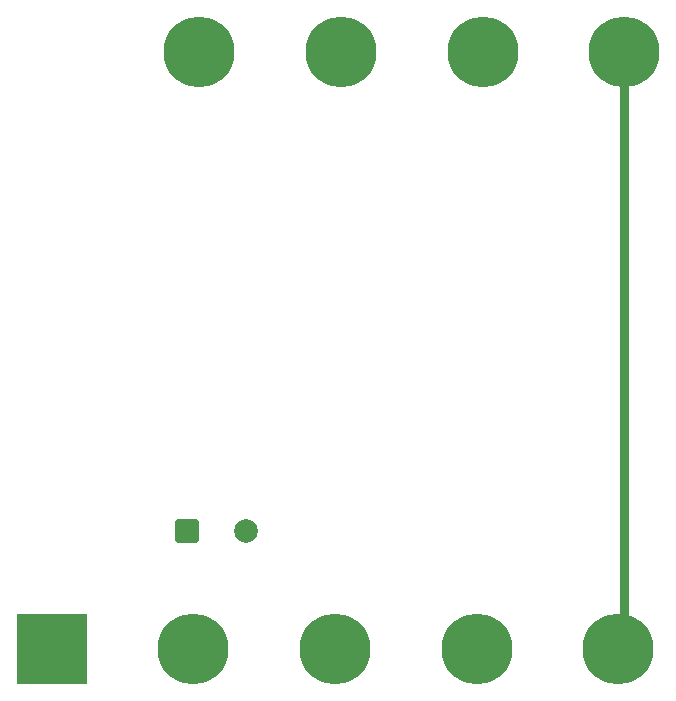
<source format=gbl>
%TF.GenerationSoftware,KiCad,Pcbnew,9.0.4*%
%TF.CreationDate,2025-09-14T16:42:59+08:00*%
%TF.ProjectId,YUV Circuit,59555620-4369-4726-9375-69742e6b6963,rev?*%
%TF.SameCoordinates,Original*%
%TF.FileFunction,Copper,L2,Bot*%
%TF.FilePolarity,Positive*%
%FSLAX46Y46*%
G04 Gerber Fmt 4.6, Leading zero omitted, Abs format (unit mm)*
G04 Created by KiCad (PCBNEW 9.0.4) date 2025-09-14 16:42:59*
%MOMM*%
%LPD*%
G01*
G04 APERTURE LIST*
G04 Aperture macros list*
%AMRoundRect*
0 Rectangle with rounded corners*
0 $1 Rounding radius*
0 $2 $3 $4 $5 $6 $7 $8 $9 X,Y pos of 4 corners*
0 Add a 4 corners polygon primitive as box body*
4,1,4,$2,$3,$4,$5,$6,$7,$8,$9,$2,$3,0*
0 Add four circle primitives for the rounded corners*
1,1,$1+$1,$2,$3*
1,1,$1+$1,$4,$5*
1,1,$1+$1,$6,$7*
1,1,$1+$1,$8,$9*
0 Add four rect primitives between the rounded corners*
20,1,$1+$1,$2,$3,$4,$5,0*
20,1,$1+$1,$4,$5,$6,$7,0*
20,1,$1+$1,$6,$7,$8,$9,0*
20,1,$1+$1,$8,$9,$2,$3,0*%
G04 Aperture macros list end*
%TA.AperFunction,ComponentPad*%
%ADD10C,6.000000*%
%TD*%
%TA.AperFunction,ComponentPad*%
%ADD11RoundRect,0.250002X-2.749998X-2.749998X2.749998X-2.749998X2.749998X2.749998X-2.749998X2.749998X0*%
%TD*%
%TA.AperFunction,ComponentPad*%
%ADD12RoundRect,0.250000X-0.750000X-0.750000X0.750000X-0.750000X0.750000X0.750000X-0.750000X0.750000X0*%
%TD*%
%TA.AperFunction,ComponentPad*%
%ADD13C,2.000000*%
%TD*%
%TA.AperFunction,Conductor*%
%ADD14C,0.800000*%
%TD*%
G04 APERTURE END LIST*
D10*
%TO.P,INPUT,5,GND*%
%TO.N,~*%
X194000000Y-137000000D03*
%TO.P,INPUT,4,PR*%
%TO.N,/PR*%
X182000000Y-137000000D03*
%TO.P,INPUT,3,PB*%
%TO.N,/PB*%
X170000000Y-137000000D03*
%TO.P,INPUT,2,YI*%
%TO.N,/Y*%
X158000000Y-137000000D03*
D11*
%TO.P,INPUT,1,8V*%
%TO.N,Net-(INPUT1-8V)*%
X146000000Y-137000000D03*
%TD*%
D10*
%TO.P,OUTPUT,1,YO*%
%TO.N,Net-(OUTPUT1-YO)*%
X158500000Y-86500000D03*
%TO.P,OUTPUT,2,B-Y*%
%TO.N,Net-(OUTPUT1-B-Y)*%
X170500000Y-86500000D03*
%TO.P,OUTPUT,3,R-Y*%
%TO.N,Net-(OUTPUT1-R-Y)*%
X182500000Y-86500000D03*
%TO.P,OUTPUT,4,GND*%
%TO.N,~*%
X194500000Y-86500000D03*
%TD*%
D12*
%TO.P,C81,1*%
%TO.N,Net-(QB2-C)*%
X157500000Y-127000000D03*
D13*
%TO.P,C81,2*%
%TO.N,~*%
X162500000Y-127000000D03*
%TD*%
D14*
%TO.N,~*%
X194500000Y-136500000D02*
X194000000Y-137000000D01*
X194500000Y-86500000D02*
X194500000Y-136500000D01*
%TD*%
M02*

</source>
